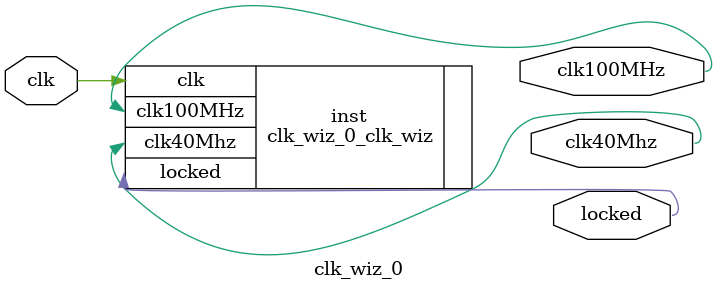
<source format=v>


`timescale 1ps/1ps

(* CORE_GENERATION_INFO = "clk_wiz_0,clk_wiz_v6_0_9_0_0,{component_name=clk_wiz_0,use_phase_alignment=true,use_min_o_jitter=false,use_max_i_jitter=false,use_dyn_phase_shift=false,use_inclk_switchover=false,use_dyn_reconfig=false,enable_axi=0,feedback_source=FDBK_AUTO,PRIMITIVE=MMCM,num_out_clk=2,clkin1_period=10.000,clkin2_period=10.000,use_power_down=false,use_reset=false,use_locked=true,use_inclk_stopped=false,feedback_type=SINGLE,CLOCK_MGR_TYPE=NA,manual_override=false}" *)

module clk_wiz_0 
 (
  // Clock out ports
  output        clk100MHz,
  output        clk40Mhz,
  // Status and control signals
  output        locked,
 // Clock in ports
  input         clk
 );

  clk_wiz_0_clk_wiz inst
  (
  // Clock out ports  
  .clk100MHz(clk100MHz),
  .clk40Mhz(clk40Mhz),
  // Status and control signals               
  .locked(locked),
 // Clock in ports
  .clk(clk)
  );

endmodule

</source>
